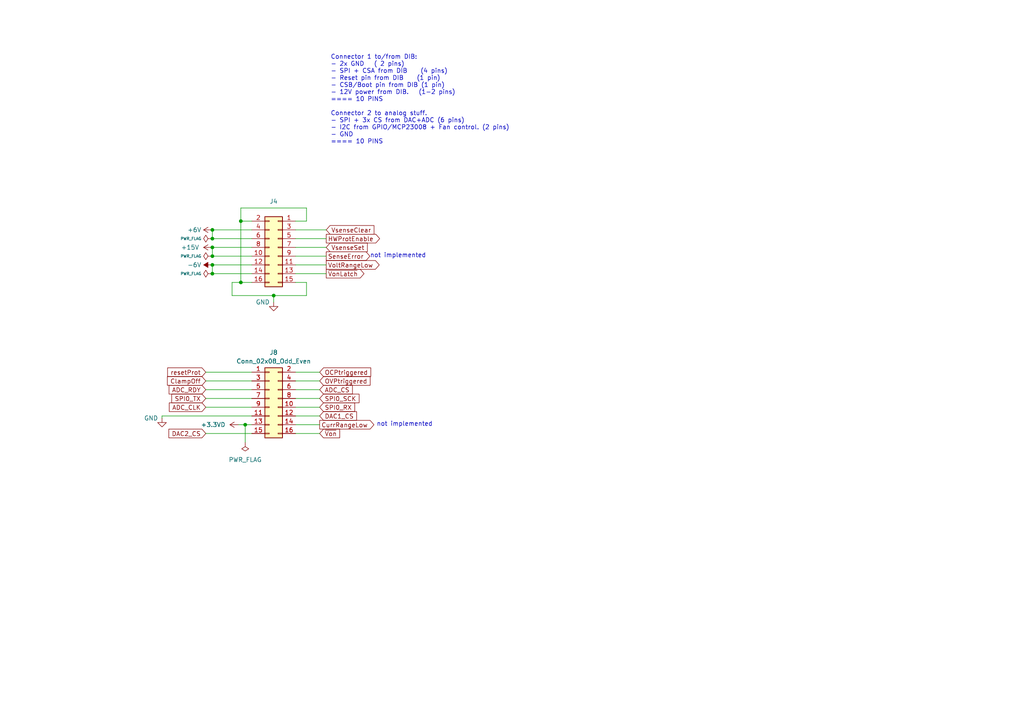
<source format=kicad_sch>
(kicad_sch (version 20230121) (generator eeschema)
  (paper "A4")
  (lib_symbols
    (symbol "Connector_Generic:Conn_02x08_Odd_Even" (pin_names (offset 1.016) hide)
      (property "Reference" "J" (at 1.27 10.16 0))
      (property "Value" "Conn_02x08_Odd_Even" (at 1.27 -12.7 0))
      (symbol "Conn_02x08_Odd_Even_1_1"
        (rectangle (start -1.27 -10.033) (end 0 -10.287) (stroke (width 0.1524)))
        (rectangle (start -1.27 -7.493) (end 0 -7.747) (stroke (width 0.1524)))
        (rectangle (start -1.27 -4.953) (end 0 -5.207) (stroke (width 0.1524)))
        (rectangle (start -1.27 -2.413) (end 0 -2.667) (stroke (width 0.1524)))
        (rectangle (start -1.27 0.127) (end 0 -0.127) (stroke (width 0.1524)))
        (rectangle (start -1.27 2.667) (end 0 2.413) (stroke (width 0.1524)))
        (rectangle (start -1.27 5.207) (end 0 4.953) (stroke (width 0.1524)))
        (rectangle (start -1.27 7.747) (end 0 7.493) (stroke (width 0.1524)))
        (rectangle (start -1.27 8.89) (end 3.81 -11.43) (stroke (width 0.254)) (fill (type background)))
        (rectangle (start 3.81 -10.033) (end 2.54 -10.287) (stroke (width 0.1524)))
        (rectangle (start 3.81 -7.493) (end 2.54 -7.747) (stroke (width 0.1524)))
        (rectangle (start 3.81 -4.953) (end 2.54 -5.207) (stroke (width 0.1524)))
        (rectangle (start 3.81 -2.413) (end 2.54 -2.667) (stroke (width 0.1524)))
        (rectangle (start 3.81 0.127) (end 2.54 -0.127) (stroke (width 0.1524)))
        (rectangle (start 3.81 2.667) (end 2.54 2.413) (stroke (width 0.1524)))
        (rectangle (start 3.81 5.207) (end 2.54 4.953) (stroke (width 0.1524)))
        (rectangle (start 3.81 7.747) (end 2.54 7.493) (stroke (width 0.1524)))
        (pin passive line (at -5.08 7.62 0) (length 3.81) (name "Pin_1") (number "1"))
        (pin passive line (at 7.62 -2.54 180) (length 3.81) (name "Pin_10") (number "10"))
        (pin passive line (at -5.08 -5.08 0) (length 3.81) (name "Pin_11") (number "11"))
        (pin passive line (at 7.62 -5.08 180) (length 3.81) (name "Pin_12") (number "12"))
        (pin passive line (at -5.08 -7.62 0) (length 3.81) (name "Pin_13") (number "13"))
        (pin passive line (at 7.62 -7.62 180) (length 3.81) (name "Pin_14") (number "14"))
        (pin passive line (at -5.08 -10.16 0) (length 3.81) (name "Pin_15") (number "15"))
        (pin passive line (at 7.62 -10.16 180) (length 3.81) (name "Pin_16") (number "16"))
        (pin passive line (at 7.62 7.62 180) (length 3.81) (name "Pin_2") (number "2"))
        (pin passive line (at -5.08 5.08 0) (length 3.81) (name "Pin_3") (number "3"))
        (pin passive line (at 7.62 5.08 180) (length 3.81) (name "Pin_4") (number "4"))
        (pin passive line (at -5.08 2.54 0) (length 3.81) (name "Pin_5") (number "5"))
        (pin passive line (at 7.62 2.54 180) (length 3.81) (name "Pin_6") (number "6"))
        (pin passive line (at -5.08 0 0) (length 3.81) (name "Pin_7") (number "7"))
        (pin passive line (at 7.62 0 180) (length 3.81) (name "Pin_8") (number "8"))
        (pin passive line (at -5.08 -2.54 0) (length 3.81) (name "Pin_9") (number "9"))
      )
    )
    (symbol "EL-Load-Digital-parts:+3.3VD" (power) (pin_names (offset 0))
      (property "Value" "+3.3VD" (at 0 3.556 0))
      (symbol "+3.3VD_0_1"
        (polyline (pts (xy -0.762 1.27) (xy 0 2.54)))
        (polyline (pts (xy 0 0) (xy 0 2.54)))
        (polyline (pts (xy 0 2.54) (xy 0.762 1.27)))
      )
      (symbol "+3.3VD_1_1"
        (pin power_in line (at 0 0 90) (length 0) hide (name "+3.3VD") (number "1"))
      )
    )
    (symbol "power:+15V" (power) (pin_names (offset 0))
      (property "Value" "+15V" (at 0 3.556 0))
      (symbol "+15V_0_1"
        (polyline (pts (xy -0.762 1.27) (xy 0 2.54)))
        (polyline (pts (xy 0 0) (xy 0 2.54)))
        (polyline (pts (xy 0 2.54) (xy 0.762 1.27)))
      )
      (symbol "+15V_1_1"
        (pin power_in line (at 0 0 90) (length 0) hide (name "+15V") (number "1"))
      )
    )
    (symbol "power:+6V" (power) (pin_names (offset 0))
      (property "Value" "+6V" (at 0 3.556 0))
      (symbol "+6V_0_1"
        (polyline (pts (xy -0.762 1.27) (xy 0 2.54)))
        (polyline (pts (xy 0 0) (xy 0 2.54)))
        (polyline (pts (xy 0 2.54) (xy 0.762 1.27)))
      )
      (symbol "+6V_1_1"
        (pin power_in line (at 0 0 90) (length 0) hide (name "+6V") (number "1"))
      )
    )
    (symbol "power:-6V" (power) (pin_names (offset 0))
      (property "Value" "-6V" (at 0 3.81 0))
      (symbol "-6V_0_0"
        (pin power_in line (at 0 0 90) (length 0) hide (name "-6V") (number "1"))
      )
      (symbol "-6V_0_1"
        (polyline (pts (xy 0 0) (xy 0 1.27) (xy 0.762 1.27) (xy 0 2.54) (xy -0.762 1.27) (xy 0 1.27)) (fill (type outline)))
      )
    )
    (symbol "power:GND" (power) (pin_names (offset 0))
      (property "Value" "GND" (at 0 -3.81 0))
      (symbol "GND_0_1"
        (polyline (pts (xy 0 0) (xy 0 -1.27) (xy 1.27 -1.27) (xy 0 -2.54) (xy -1.27 -1.27) (xy 0 -1.27)))
      )
      (symbol "GND_1_1"
        (pin power_in line (at 0 0 270) (length 0) hide (name "GND") (number "1"))
      )
    )
    (symbol "power:PWR_FLAG" (power) (pin_numbers hide) (pin_names (offset 0) hide)
      (property "Value" "PWR_FLAG" (at 0 3.81 0))
      (symbol "PWR_FLAG_0_0"
        (pin power_out line (at 0 0 90) (length 0) (name "pwr") (number "1"))
      )
      (symbol "PWR_FLAG_0_1"
        (polyline (pts (xy 0 0) (xy 0 1.27) (xy -1.016 1.905) (xy 0 2.54) (xy 1.016 1.905) (xy 0 1.27)))
      )
    )
  )
  (junction (at 61.595 74.295))
  (junction (at 61.595 71.755))
  (junction (at 69.85 81.915))
  (junction (at 61.595 79.375))
  (junction (at 61.595 66.675))
  (junction (at 61.595 69.215))
  (junction (at 71.12 123.19))
  (junction (at 61.595 76.835))
  (junction (at 79.375 85.725))
  (junction (at 69.85 64.135))
  (wire (pts (xy 85.725 123.19) (xy 92.71 123.19)))
  (wire (pts (xy 85.725 71.755) (xy 94.615 71.755)))
  (wire (pts (xy 61.595 69.215) (xy 73.025 69.215)))
  (wire (pts (xy 61.595 66.675) (xy 61.595 69.215)))
  (wire (pts (xy 59.69 107.95) (xy 73.025 107.95)))
  (wire (pts (xy 85.725 110.49) (xy 92.71 110.49)))
  (wire (pts (xy 85.725 64.135) (xy 88.9 64.135)))
  (wire (pts (xy 69.85 64.135) (xy 69.85 81.915)))
  (wire (pts (xy 61.595 76.835) (xy 73.025 76.835)))
  (wire (pts (xy 85.725 76.835) (xy 94.615 76.835)))
  (wire (pts (xy 85.725 120.65) (xy 92.71 120.65)))
  (wire (pts (xy 85.725 66.675) (xy 94.615 66.675)))
  (wire (pts (xy 67.31 85.725) (xy 67.31 81.915)))
  (wire (pts (xy 85.725 113.03) (xy 92.71 113.03)))
  (wire (pts (xy 85.725 115.57) (xy 92.71 115.57)))
  (wire (pts (xy 79.375 85.725) (xy 67.31 85.725)))
  (wire (pts (xy 88.9 60.325) (xy 69.85 60.325)))
  (wire (pts (xy 88.9 64.135) (xy 88.9 60.325)))
  (wire (pts (xy 59.69 115.57) (xy 73.025 115.57)))
  (wire (pts (xy 59.69 113.03) (xy 73.025 113.03)))
  (wire (pts (xy 67.31 81.915) (xy 69.85 81.915)))
  (wire (pts (xy 88.9 85.725) (xy 79.375 85.725)))
  (wire (pts (xy 71.12 123.19) (xy 71.12 128.27)))
  (wire (pts (xy 61.595 71.755) (xy 61.595 74.295)))
  (wire (pts (xy 85.725 107.95) (xy 92.71 107.95)))
  (wire (pts (xy 85.725 81.915) (xy 88.9 81.915)))
  (wire (pts (xy 61.595 79.375) (xy 73.025 79.375)))
  (wire (pts (xy 61.595 76.835) (xy 61.595 79.375)))
  (wire (pts (xy 79.375 85.725) (xy 79.375 87.63)))
  (wire (pts (xy 46.99 120.65) (xy 46.99 121.285)))
  (wire (pts (xy 85.725 74.295) (xy 94.615 74.295)))
  (wire (pts (xy 61.595 74.295) (xy 73.025 74.295)))
  (wire (pts (xy 85.725 69.215) (xy 94.615 69.215)))
  (wire (pts (xy 59.69 110.49) (xy 73.025 110.49)))
  (wire (pts (xy 61.595 71.755) (xy 73.025 71.755)))
  (wire (pts (xy 88.9 81.915) (xy 88.9 85.725)))
  (wire (pts (xy 69.85 64.135) (xy 73.025 64.135)))
  (wire (pts (xy 85.725 125.73) (xy 92.71 125.73)))
  (wire (pts (xy 59.69 118.11) (xy 73.025 118.11)))
  (wire (pts (xy 73.025 120.65) (xy 46.99 120.65)))
  (wire (pts (xy 69.85 60.325) (xy 69.85 64.135)))
  (wire (pts (xy 69.215 123.19) (xy 71.12 123.19)))
  (wire (pts (xy 59.69 125.73) (xy 73.025 125.73)))
  (wire (pts (xy 69.85 81.915) (xy 73.025 81.915)))
  (wire (pts (xy 85.725 118.11) (xy 92.71 118.11)))
  (wire (pts (xy 85.725 79.375) (xy 94.615 79.375)))
  (wire (pts (xy 61.595 66.675) (xy 73.025 66.675)))
  (wire (pts (xy 71.12 123.19) (xy 73.025 123.19)))
  (text "Connector 1 to/from DIB:\n- 2x GND   ( 2 pins)\n- SPI + CSA from DIB    (4 pins)\n- Reset pin from DIB    (1 pin)\n- CSB/Boot pin from DIB (1 pin)\n- 12V power from DIB.   (1-2 pins)\n==== 10 PINS\n\nConnector 2 to analog stuff.\n- SPI + 3x CS from DAC+ADC (6 pins)\n- I2C from GPIO/MCP23008 + Fan control. (2 pins)\n- GND\n==== 10 PINS\n" (at 95.885 41.91 0) (effects (font (size 1.27 1.27)) (justify left bottom)))
  (text "not implemented" (at 107.315 74.93 0) (effects (font (size 1.27 1.27)) (justify left bottom)))
  (text "not implemented" (at 109.22 123.825 0) (effects (font (size 1.27 1.27)) (justify left bottom)))
  (global_label "~{Von}" (shape input) (at 92.71 125.73 0) (property "Intersheetrefs" "${INTERSHEET_REFS}" (effects hide)))
  (global_label "OVPtriggered" (shape input) (at 92.71 110.49 0) (property "Intersheetrefs" "${INTERSHEET_REFS}" (effects hide)))
  (global_label "CurrRangeLow" (shape output) (at 92.71 123.19 0) (property "Intersheetrefs" "${INTERSHEET_REFS}" (effects hide)))
  (global_label "DAC1_CS" (shape input) (at 92.71 120.65 0) (property "Intersheetrefs" "${INTERSHEET_REFS}" (effects hide)))
  (global_label "ADC_CS" (shape input) (at 92.71 113.03 0) (property "Intersheetrefs" "${INTERSHEET_REFS}" (effects hide)))
  (global_label "VsenseSet" (shape input) (at 94.615 71.755 0) (property "Intersheetrefs" "${INTERSHEET_REFS}" (effects hide)))
  (global_label "~{VonLatch}" (shape output) (at 94.615 79.375 0) (property "Intersheetrefs" "${INTERSHEET_REFS}" (effects hide)))
  (global_label "SPI0_SCK" (shape input) (at 92.71 115.57 0) (property "Intersheetrefs" "${INTERSHEET_REFS}" (effects hide)))
  (global_label "SPI0_TX" (shape input) (at 59.69 115.57 180) (property "Intersheetrefs" "${INTERSHEET_REFS}" (effects hide)))
  (global_label "OCPtriggered" (shape input) (at 92.71 107.95 0) (property "Intersheetrefs" "${INTERSHEET_REFS}" (effects hide)))
  (global_label "ADC_RDY" (shape input) (at 59.69 113.03 180) (property "Intersheetrefs" "${INTERSHEET_REFS}" (effects hide)))
  (global_label "SenseError" (shape output) (at 94.615 74.295 0) (property "Intersheetrefs" "${INTERSHEET_REFS}" (effects hide)))
  (global_label "HWProtEnable" (shape output) (at 94.615 69.215 0) (property "Intersheetrefs" "${INTERSHEET_REFS}" (effects hide)))
  (global_label "resetProt" (shape input) (at 59.69 107.95 180) (property "Intersheetrefs" "${INTERSHEET_REFS}" (effects hide)))
  (global_label "ClampOff" (shape input) (at 59.69 110.49 180) (property "Intersheetrefs" "${INTERSHEET_REFS}" (effects hide)))
  (global_label "VsenseClear" (shape input) (at 94.615 66.675 0) (property "Intersheetrefs" "${INTERSHEET_REFS}" (effects hide)))
  (global_label "ADC_CLK" (shape input) (at 59.69 118.11 180) (property "Intersheetrefs" "${INTERSHEET_REFS}" (effects hide)))
  (global_label "VoltRangeLow" (shape output) (at 94.615 76.835 0) (property "Intersheetrefs" "${INTERSHEET_REFS}" (effects hide)))
  (global_label "SPI0_RX" (shape input) (at 92.71 118.11 0) (property "Intersheetrefs" "${INTERSHEET_REFS}" (effects hide)))
  (global_label "DAC2_CS" (shape input) (at 59.69 125.73 180) (property "Intersheetrefs" "${INTERSHEET_REFS}" (effects hide)))
  (symbol (lib_id "power:PWR_FLAG") (at 71.12 128.27 180) (unit 1)
    (property "Reference" "#FLG05" (effects hide))
    (property "Value" "PWR_FLAG" (at 71.12 133.35 0))
  )
  (symbol (lib_id "power:+6V") (at 61.595 66.675 90) (unit 1)
    (property "Reference" "#PWR0176" (effects hide))
    (property "Value" "+6V" (at 58.42 66.675 90) (effects (justify left)))
  )
  (symbol (lib_id "EL-Load-Digital-parts:+3.3VD") (at 69.215 123.19 90) (unit 1)
    (property "Reference" "#PWR011" (effects hide))
    (property "Value" "+3.3VD" (at 65.405 123.19 90) (effects (justify left)))
  )
  (symbol (lib_id "power:PWR_FLAG") (at 61.595 69.215 90) (unit 1)
    (property "Reference" "#FLG01" (effects hide))
    (property "Value" "PWR_FLAG" (at 58.42 69.215 90) (effects (font (size 0.8 0.8)) (justify left)))
  )
  (symbol (lib_id "power:GND") (at 46.99 121.285 0) (unit 1)
    (property "Reference" "#PWR0124" (effects hide))
    (property "Value" "GND" (at 43.815 121.285 0))
    (instances (project "EL-Load-Analog" (path "" (reference "#PWR0124") (unit 1)) (path "" (reference "#PWR0122") (unit 1))))
  )
  (symbol (lib_id "power:-6V") (at 61.595 76.835 90) (unit 1)
    (property "Reference" "#PWR0177" (effects hide))
    (property "Value" "-6V" (at 58.42 76.835 90) (effects (justify left)))
  )
  (symbol (lib_id "power:+15V") (at 61.595 71.755 90) (unit 1)
    (property "Reference" "#PWR0175" (effects hide))
    (property "Value" "+15V" (at 57.785 71.755 90) (effects (justify left)))
  )
  (symbol (lib_id "Connector_Generic:Conn_02x08_Odd_Even") (at 80.645 71.755 0) (mirror y) (unit 1)
    (property "Reference" "J4" (at 79.375 58.42 0))
    (property "Value" "Conn_02x08_Odd_Even" (effects hide))
    (property "Footprint" "Connector_PinHeader_2.54mm:PinHeader_2x08_P2.54mm_Vertical" (effects hide))
  )
  (symbol (lib_id "power:PWR_FLAG") (at 61.595 74.295 90) (unit 1)
    (property "Reference" "#FLG03" (effects hide))
    (property "Value" "PWR_FLAG" (at 58.42 74.295 90) (effects (font (size 0.8 0.8)) (justify left)))
  )
  (symbol (lib_id "power:GND") (at 79.375 87.63 0) (unit 1)
    (property "Reference" "#PWR0124" (effects hide))
    (property "Value" "GND" (at 76.2 87.63 0))
    (instances (project "EL-Load-Analog" (path "" (reference "#PWR0124") (unit 1)) (path "" (reference "#PWR0178") (unit 1))))
  )
  (symbol (lib_id "power:PWR_FLAG") (at 61.595 79.375 90) (unit 1)
    (property "Reference" "#FLG04" (effects hide))
    (property "Value" "PWR_FLAG" (at 58.42 79.375 90) (effects (font (size 0.8 0.8)) (justify left)))
  )
  (symbol (lib_id "Connector_Generic:Conn_02x08_Odd_Even") (at 78.105 115.57 0) (unit 1)
    (property "Reference" "J8" (at 79.375 102.235 0))
    (property "Value" "Conn_02x08_Odd_Even" (at 79.375 104.775 0))
    (property "Footprint" "Connector_PinSocket_2.54mm:PinSocket_2x08_P2.54mm_Vertical_SMD" (effects hide))
  )
)
</source>
